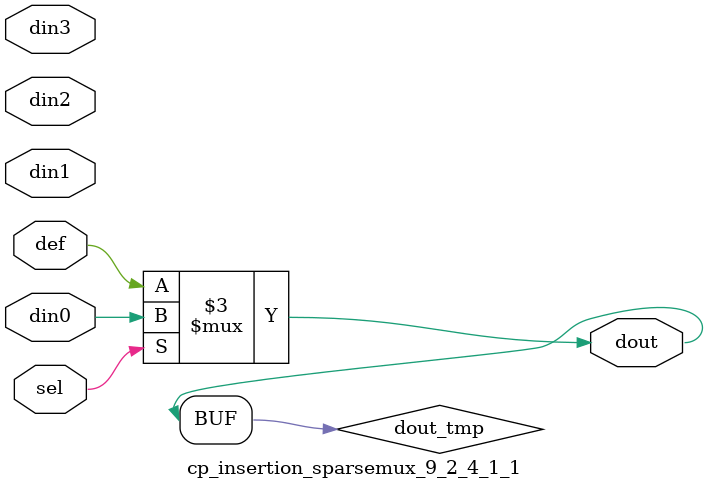
<source format=v>
`timescale 1ns / 1ps

module cp_insertion_sparsemux_9_2_4_1_1 (din0,din1,din2,din3,def,sel,dout);

parameter din0_WIDTH = 1;

parameter din1_WIDTH = 1;

parameter din2_WIDTH = 1;

parameter din3_WIDTH = 1;

parameter def_WIDTH = 1;
parameter sel_WIDTH = 1;
parameter dout_WIDTH = 1;

parameter [sel_WIDTH-1:0] CASE0 = 1;

parameter [sel_WIDTH-1:0] CASE1 = 1;

parameter [sel_WIDTH-1:0] CASE2 = 1;

parameter [sel_WIDTH-1:0] CASE3 = 1;

parameter ID = 1;
parameter NUM_STAGE = 1;



input [din0_WIDTH-1:0] din0;

input [din1_WIDTH-1:0] din1;

input [din2_WIDTH-1:0] din2;

input [din3_WIDTH-1:0] din3;

input [def_WIDTH-1:0] def;
input [sel_WIDTH-1:0] sel;

output [dout_WIDTH-1:0] dout;



reg [dout_WIDTH-1:0] dout_tmp;


always @ (*) begin
(* parallel_case *) case (sel)
    
    CASE0 : dout_tmp = din0;
    
    CASE1 : dout_tmp = din1;
    
    CASE2 : dout_tmp = din2;
    
    CASE3 : dout_tmp = din3;
    
    default : dout_tmp = def;
endcase
end


assign dout = dout_tmp;



endmodule

</source>
